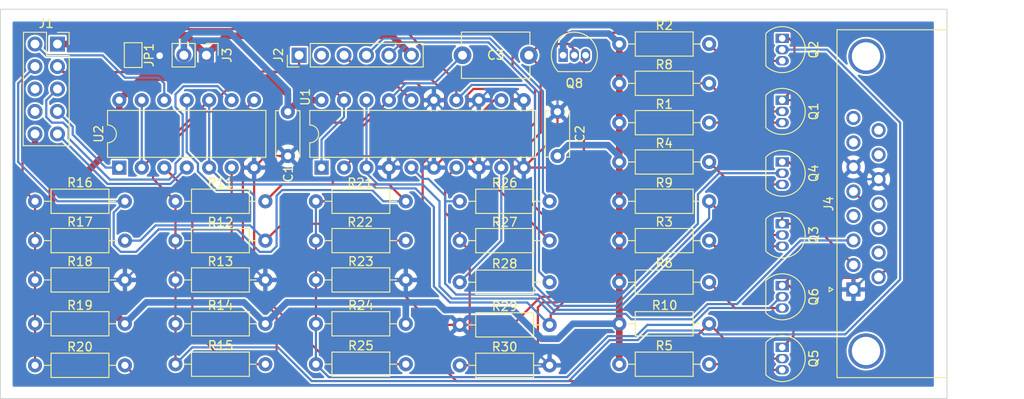
<source format=kicad_pcb>
(kicad_pcb (version 20221018) (generator pcbnew)
  (layers (0 "F.Cu" signal) (31 "B.Cu" signal) (34 "B.Paste" user) (35 "F.Paste" user) (36 "B.SilkS" user "B.Silkscreen") (37 "F.SilkS" user "F.Silkscreen") (38 "B.Mask" user) (39 "F.Mask" user) (44 "Edge.Cuts" user))
  (net 0 "")
  (net 1 "VCC")
  (net 2 "GND1")
  (net 3 "CS")
  (net 4 "Net-(Q8-B)")
  (net 5 "BLUE")
  (net 6 "Net-(Q1-B)")
  (net 7 "Net-(Q1-C)")
  (net 8 "CB")
  (net 9 "Net-(Q2-C)")
  (net 10 "RED")
  (net 11 "Net-(Q3-B)")
  (net 12 "Net-(Q3-C)")
  (net 13 "CR")
  (net 14 "Net-(Q4-C)")
  (net 15 "GREEN")
  (net 16 "Net-(Q5-B)")
  (net 17 "Net-(Q5-C)")
  (net 18 "CG")
  (net 19 "Net-(Q6-C)")
  (net 20 "Net-(Q8-C)")
  (net 21 "X2")
  (net 22 "X3")
  (net 23 "X5")
  (net 24 "X6")
  (net 25 "Net-(J2-Pin_4)")
  (net 26 "Net-(J2-Pin_3)")
  (net 27 "Net-(J2-Pin_5)")
  (net 28 "ENABLE")
  (net 29 "Net-(J2-Pin_1)")
  (net 30 "CSYNC")
  (net 31 "G")
  (net 32 "B")
  (net 33 "R")
  (net 34 "INT")
  (net 35 "GND")
  (net 39 "unconnected-(J4-Pad4)")
  (net 40 "unconnected-(J4-Pad7)")
  (footprint "Resistor_THT:R_Axial_DIN0207_L6.3mm_D2.5mm_P10.16mm_Horizontal" (layer "F.Cu") (at -37.084 -15.748)
    (fp_text reference "R30")
    (fp_text value "11K")
  )
  (footprint "Resistor_THT:R_Axial_DIN0207_L6.3mm_D2.5mm_P10.16mm_Horizontal" (layer "F.Cu") (at -53.34 -25.4)
    (fp_text reference "R23")
    (fp_text value "1.5K")
  )
  (footprint "Connector_PinHeader_2.54mm:PinHeader_1x06_P2.54mm_Vertical" (layer "F.Cu") (at -55.245 -50.8 90)
    (fp_text reference "J2")
    (fp_text value "Conn_01x06")
  )
  (footprint "Connector_PinHeader_2.54mm:PinHeader_1x02_P2.54mm_Vertical" (layer "F.Cu") (at -65.725 -50.8 -90)
    (fp_text reference "J3")
    (fp_text value "Conn_01x02_Pin")
  )
  (footprint "Resistor_THT:R_Axial_DIN0207_L6.3mm_D2.5mm_P10.16mm_Horizontal" (layer "F.Cu") (at -19.05 -15.875)
    (fp_text reference "R5")
    (fp_text value "56")
  )
  (footprint "Resistor_THT:R_Axial_DIN0207_L6.3mm_D2.5mm_P10.16mm_Horizontal" (layer "F.Cu") (at -69.215 -25.4)
    (fp_text reference "R13")
    (fp_text value "1.5K")
  )
  (footprint "Connector_Dsub:DSUB-15_Male_Horizontal_P2.77x2.84mm_EdgePinOffset7.70mm_Housed_MountingHolesOffset9.12mm" (layer "F.Cu") (at 7.419669 -24.325 90)
    (fp_text reference "J4")
    (fp_text value "DA15_Plug")
  )
  (footprint "Resistor_THT:R_Axial_DIN0207_L6.3mm_D2.5mm_P10.16mm_Horizontal" (layer "F.Cu") (at -69.215 -15.875)
    (fp_text reference "R15")
    (fp_text value "3.3K")
  )
  (footprint "Connector_PinHeader_2.54mm:PinHeader_2x05_P2.54mm_Vertical" (layer "F.Cu") (at -85.095 -52.065)
    (fp_text reference "J1")
    (fp_text value "Conn_02x05_Odd_Even")
  )
  (footprint "Package_DIP:DIP-14_W7.62mm" (layer "F.Cu") (at -75.565 -38.1 90)
    (fp_text reference "U2")
    (fp_text value "74LS08")
  )
  (footprint "Capacitor_THT:C_Disc_D7.5mm_W5.0mm_P7.50mm" (layer "F.Cu") (at -36.77 -50.8)
    (fp_text reference "C3")
    (fp_text value "102K 1KV")
  )
  (footprint "Resistor_THT:R_Axial_DIN0207_L6.3mm_D2.5mm_P10.16mm_Horizontal" (layer "F.Cu") (at -69.215 -34.29)
    (fp_text reference "R11")
    (fp_text value "4.7K")
  )
  (footprint "Resistor_THT:R_Axial_DIN0207_L6.3mm_D2.5mm_P10.16mm_Horizontal" (layer "F.Cu") (at -85.09 -29.845)
    (fp_text reference "R17")
    (fp_text value "4.7K")
  )
  (footprint "Package_TO_SOT_THT:TO-92_Inline" (layer "F.Cu") (at -25.4 -50.8)
    (fp_text reference "Q8")
    (fp_text value "2N3906")
  )
  (footprint "Resistor_THT:R_Axial_DIN0207_L6.3mm_D2.5mm_P10.16mm_Horizontal" (layer "F.Cu") (at -37.084 -34.29)
    (fp_text reference "R26")
    (fp_text value "470")
  )
  (footprint "Resistor_THT:R_Axial_DIN0207_L6.3mm_D2.5mm_P10.16mm_Horizontal" (layer "F.Cu") (at -37.084 -29.845)
    (fp_text reference "R27")
    (fp_text value "470")
  )
  (footprint "Package_TO_SOT_THT:TO-92_Inline" (layer "F.Cu") (at -0.635 -31.75 -90)
    (fp_text reference "Q3")
    (fp_text value "2N3904")
  )
  (footprint "Resistor_THT:R_Axial_DIN0207_L6.3mm_D2.5mm_P10.16mm_Horizontal" (layer "F.Cu") (at -85.09 -20.447)
    (fp_text reference "R19")
    (fp_text value "3.3K")
  )
  (footprint "Package_TO_SOT_THT:TO-92_Inline" (layer "F.Cu") (at -0.635 -52.705 -90)
    (fp_text reference "Q2")
    (fp_text value "2N3904")
  )
  (footprint "Resistor_THT:R_Axial_DIN0207_L6.3mm_D2.5mm_P10.16mm_Horizontal" (layer "F.Cu") (at -37.084 -20.32)
    (fp_text reference "R29")
    (fp_text value "470")
  )
  (footprint "Resistor_THT:R_Axial_DIN0207_L6.3mm_D2.5mm_P10.16mm_Horizontal" (layer "F.Cu") (at -19.05 -38.735)
    (fp_text reference "R4")
    (fp_text value "56")
  )
  (footprint "Resistor_THT:R_Axial_DIN0207_L6.3mm_D2.5mm_P10.16mm_Horizontal" (layer "F.Cu") (at -69.215 -20.447)
    (fp_text reference "R14")
    (fp_text value "3.3K")
  )
  (footprint "Resistor_THT:R_Axial_DIN0207_L6.3mm_D2.5mm_P10.16mm_Horizontal" (layer "F.Cu") (at -85.09 -25.4)
    (fp_text reference "R18")
    (fp_text value "1.5K")
  )
  (footprint "Jumper:SolderJumper-2_P1.3mm_Open_Pad1.0x1.5mm" (layer "F.Cu") (at -74 -50.815 -90)
    (fp_text reference "JP1")
    (fp_text value "Jumper_2_Open")
  )
  (footprint "Package_TO_SOT_THT:TO-92_Inline" (layer "F.Cu") (at -0.635 -24.765 -90)
    (fp_text reference "Q6")
    (fp_text value "2N3904")
  )
  (footprint "Resistor_THT:R_Axial_DIN0207_L6.3mm_D2.5mm_P10.16mm_Horizontal" (layer "F.Cu") (at -85.09 -34.29)
    (fp_text reference "R16")
    (fp_text value "4.7K")
  )
  (footprint "Resistor_THT:R_Axial_DIN0207_L6.3mm_D2.5mm_P10.16mm_Horizontal" (layer "F.Cu") (at -8.89 -47.625 180)
    (fp_text reference "R8")
    (fp_text value "3.3K")
  )
  (footprint "Resistor_THT:R_Axial_DIN0207_L6.3mm_D2.5mm_P10.16mm_Horizontal" (layer "F.Cu") (at -8.89 -20.447 180)
    (fp_text reference "R10")
    (fp_text value "3.3K")
  )
  (footprint "Resistor_THT:R_Axial_DIN0207_L6.3mm_D2.5mm_P10.16mm_Horizontal" (layer "F.Cu") (at -19.05 -29.845)
    (fp_text reference "R3")
    (fp_text value "56")
  )
  (footprint "Resistor_THT:R_Axial_DIN0207_L6.3mm_D2.5mm_P10.16mm_Horizontal" (layer "F.Cu") (at -53.34 -15.875)
    (fp_text reference "R25")
    (fp_text value "3.3K")
  )
  (footprint "Resistor_THT:R_Axial_DIN0207_L6.3mm_D2.5mm_P10.16mm_Horizontal" (layer "F.Cu") (at -19.05 -25.146)
    (fp_text reference "R6")
    (fp_text value "56")
  )
  (footprint "Capacitor_THT:C_Disc_D5.0mm_W2.5mm_P5.00mm" (layer "F.Cu") (at -56.515 -44.41 -90)
    (fp_text reference "C1")
    (fp_text value "10nF")
  )
  (footprint "Package_TO_SOT_THT:TO-92_Inline" (layer "F.Cu") (at -0.635 -17.78 -90)
    (fp_text reference "Q5")
    (fp_text value "2N3904")
  )
  (footprint "Package_TO_SOT_THT:TO-92_Inline" (layer "F.Cu") (at -0.635 -45.72 -90)
    (fp_text reference "Q1")
    (fp_text value "2N3904")
  )
  (footprint "Resistor_THT:R_Axial_DIN0207_L6.3mm_D2.5mm_P10.16mm_Horizontal" (layer "F.Cu") (at -19.05 -52.07)
    (fp_text reference "R2")
    (fp_text value "56")
  )
  (footprint "Resistor_THT:R_Axial_DIN0207_L6.3mm_D2.5mm_P10.16mm_Horizontal" (layer "F.Cu") (at -8.89 -34.29 180)
    (fp_text reference "R9")
    (fp_text value "3.3K")
  )
  (footprint "Package_TO_SOT_THT:TO-92_Inline" (layer "F.Cu") (at -0.635 -38.735 -90)
    (fp_text reference "Q4")
    (fp_text value "2N3904")
  )
  (footprint "Resistor_THT:R_Axial_DIN0207_L6.3mm_D2.5mm_P10.16mm_Horizontal" (layer "F.Cu") (at -53.34 -29.845)
    (fp_text reference "R22")
    (fp_text value "4.7K")
  )
  (footprint "Resistor_THT:R_Axial_DIN0207_L6.3mm_D2.5mm_P10.16mm_Horizontal" (layer "F.Cu") (at -37.084 -25.146)
    (fp_text reference "R28")
    (fp_text value "470")
  )
  (footprint "Resistor_THT:R_Axial_DIN0207_L6.3mm_D2.5mm_P10.16mm_Horizontal" (layer "F.Cu") (at -85.09 -15.748)
    (fp_text reference "R20")
    (fp_text value "3.3K")
  )
  (footprint "Capacitor_THT:C_Disc_D5.0mm_W2.5mm_P5.00mm" (layer "F.Cu") (at -26.035 -39.41 90)
    (fp_text reference "C2")
    (fp_text value "10nF")
  )
  (footprint "Resistor_THT:R_Axial_DIN0207_L6.3mm_D2.5mm_P10.16mm_Horizontal" (layer "F.Cu") (at -53.34 -34.29)
    (fp_text reference "R21")
    (fp_text value "4.7K")
  )
  (footprint "Package_DIP:DIP-20_W7.62mm" (layer "F.Cu") (at -52.705 -38.1 90)
    (fp_text reference "U1")
    (fp_text value "74LS241_Split")
  )
  (footprint "Resistor_THT:R_Axial_DIN0207_L6.3mm_D2.5mm_P10.16mm_Horizontal" (layer "F.Cu") (at -19.05 -43.18)
    (fp_text reference "R1")
    (fp_text value "56")
  )
  (footprint "Resistor_THT:R_Axial_DIN0207_L6.3mm_D2.5mm_P10.16mm_Horizontal" (layer "F.Cu") (at -53.34 -20.447)
    (fp_text reference "R24")
    (fp_text value "3.3K")
  )
  (footprint "Resistor_THT:R_Axial_DIN0207_L6.3mm_D2.5mm_P10.16mm_Horizontal" (layer "F.Cu") (at -69.215 -29.845)
    (fp_text reference "R12")
    (fp_text value "4.7K")
  )
  (gr_rect (start -89 -56) (end 18 -12) (stroke (width 0.1)) (fill none) (layer "Edge.Cuts"))
  (segment (start -19.05 -43.18) (end -19.05 -38.735) (width 0.75) (layer "F.Cu") (net 1))
  (segment (start -56.515 -46.355) (end -58.42 -48.26) (width 0.75) (layer "F.Cu") (net 1))
  (segment (start -83.185 -36.685) (end -85.095 -38.595) (width 0.75) (layer "F.Cu") (net 1))
  (segment (start -83.185 -28.702) (end -83.185 -36.685) (width 0.75) (layer "F.Cu") (net 1))
  (segment (start -75.565 -41.275) (end -75.565 -45.72) (width 0.75) (layer "F.Cu") (net 1))
  (segment (start -73.025 -48.26) (end -75.565 -45.72) (width 0.75) (layer "F.Cu") (net 1))
  (segment (start -19.05 -34.29) (end -19.05 -29.845) (width 0.75) (layer "F.Cu") (net 1))
  (segment (start -74.93 -20.447) (end -83.185 -28.702) (width 0.75) (layer "F.Cu") (net 1))
  (segment (start -19.05 -47.625) (end -19.05 -43.18) (width 0.75) (layer "F.Cu") (net 1))
  (segment (start -58.42 -48.26) (end -73.025 -48.26) (width 0.75) (layer "F.Cu") (net 1))
  (segment (start -85.095 -38.595) (end -85.095 -41.905) (width 0.75) (layer "F.Cu") (net 1))
  (segment (start -19.05 -20.447) (end -19.05 -15.748) (width 0.75) (layer "F.Cu") (net 1))
  (segment (start -58.928 -20.32) (end -59.055 -20.447) (width 0.25) (layer "F.Cu") (net 1))
  (segment (start -56.515 -44.41) (end -56.515 -46.355) (width 0.75) (layer "F.Cu") (net 1))
  (segment (start -19.05 -52.07) (end -19.05 -47.625) (width 0.75) (layer "F.Cu") (net 1))
  (segment (start -52.705 -45.72) (end -55.205 -45.72) (width 0.75) (layer "F.Cu") (net 1))
  (segment (start -55.205 -45.72) (end -56.515 -44.41) (width 0.75) (layer "F.Cu") (net 1))
  (segment (start -19.05 -25.146) (end -19.05 -29.845) (width 0.75) (layer "F.Cu") (net 1))
  (segment (start -19.05 -20.447) (end -19.05 -25.146) (width 0.75) (layer "F.Cu") (net 1))
  (segment (start -83.25 -36.83) (end -80.01 -36.83) (width 0.75) (layer "F.Cu") (net 1))
  (segment (start -80.01 -36.83) (end -75.565 -41.275) (width 0.75) (layer "F.Cu") (net 1))
  (segment (start -19.05 -38.735) (end -19.05 -34.29) (width 0.75) (layer "F.Cu") (net 1))
  (segment (start -83.29 -36.79) (end -83.25 -36.83) (width 0.25) (layer "F.Cu") (net 1))
  (segment (start -19.05 -38.735) (end -19.05 -39.37) (width 0.25) (layer "B.Cu") (net 1))
  (segment (start -24.25 -53.25) (end -20.23 -53.25) (width 0.75) (layer "B.Cu") (net 1))
  (segment (start -24.4 -53.25) (end -24.25 -53.25) (width 0.25) (layer "B.Cu") (net 1))
  (segment (start -59.055 -20.447) (end -56.642 -22.86) (width 0.75) (layer "B.Cu") (net 1))
  (segment (start -43.18 -22.86) (end -39.61 -22.86) (width 0.75) (layer "B.Cu") (net 1))
  (segment (start -43.18 -20.447) (end -43.18 -22.86) (width 0.75) (layer "B.Cu") (net 1))
  (segment (start -31.07 -22) (end -27.82 -18.75) (width 0.75) (layer "B.Cu") (net 1))
  (segment (start -68.265 -52.535) (end -67.4 -53.4) (width 0.75) (layer "B.Cu") (net 1))
  (segment (start -63.1 -53.4) (end -56.515 -46.815) (width 0.75) (layer "B.Cu") (net 1))
  (segment (start -27.82 -18.75) (end -26 -18.75) (width 0.75) (layer "B.Cu") (net 1))
  (segment (start -20.32 -40.64) (end -24.805 -40.64) (width 0.75) (layer "B.Cu") (net 1))
  (segment (start -25.4 -52.25) (end -24.4 -53.25) (width 0.75) (layer "B.Cu") (net 1))
  (segment (start -56.515 -46.815) (end -56.515 -44.41) (width 0.75) (layer "B.Cu") (net 1))
  (segment (start -24.805 -40.64) (end -26.035 -39.41) (width 0.75) (layer "B.Cu") (net 1))
  (segment (start -68.265 -50.8) (end -68.265 -52.535) (width 0.75) (layer "B.Cu") (net 1))
  (segment (start -39.61 -22.86) (end -38.75 -22) (width 0.75) (layer "B.Cu") (net 1))
  (segment (start -61.468 -22.86) (end -59.055 -20.447) (width 0.75) (layer "B.Cu") (net 1))
  (segment (start -72.517 -22.86) (end -61.468 -22.86) (width 0.75) (layer "B.Cu") (net 1))
  (segment (start -20.23 -53.25) (end -19.05 -52.07) (width 0.75) (layer "B.Cu") (net 1))
  (segment (start -38.75 -22) (end -31.07 -22) (width 0.75) (layer "B.Cu") (net 1))
  (segment (start -25.4 -52.25) (end -25.4 -50.8) (width 0.75) (layer "B.Cu") (net 1))
  (segment (start -19.05 -39.37) (end -20.32 -40.64) (width 0.75) (layer "B.Cu") (net 1))
  (segment (start -26 -18.75) (end -24.303 -20.447) (width 0.75) (layer "B.Cu") (net 1))
  (segment (start -56.642 -22.86) (end -43.18 -22.86) (width 0.75) (layer "B.Cu") (net 1))
  (segment (start -67.4 -53.4) (end -63.1 -53.4) (width 0.75) (layer "B.Cu") (net 1))
  (segment (start -24.303 -20.447) (end -19.05 -20.447) (width 0.75) (layer "B.Cu") (net 1))
  (segment (start -74.93 -20.447) (end -72.517 -22.86) (width 0.75) (layer "B.Cu") (net 1))
  (segment (start -59.055 -25.4) (end -60.325 -26.67) (width 0.25) (layer "F.Cu") (net 2))
  (segment (start -26.035 -44.41) (end -26.035 -41.91) (width 0.25) (layer "F.Cu") (net 2))
  (segment (start -26.67 -38.1) (end -23.495 -34.925) (width 0.25) (layer "F.Cu") (net 2))
  (segment (start -71 -50.75) (end -71.585 -50.165) (width 0.75) (layer "F.Cu") (net 2))
  (segment (start -71.585 -50.165) (end -74 -50.165) (width 0.75) (layer "F.Cu") (net 2))
  (segment (start -26.033604 -22.86) (end -27.69 -22.86) (width 0.25) (layer "F.Cu") (net 2))
  (segment (start -27.69 -22.86) (end -28.25 -22.3) (width 0.25) (layer "F.Cu") (net 2))
  (segment (start -71 -50.75) (end -71.1 -50.85) (width 0.25) (layer "F.Cu") (net 2))
  (segment (start -43.18 -23.495) (end -40.005 -20.32) (width 0.25) (layer "F.Cu") (net 2))
  (segment (start -40.005 -38.1) (end -38.88 -39.225) (width 0.25) (layer "F.Cu") (net 2))
  (segment (start -40.005 -20.32) (end -37.084 -20.32) (width 0.25) (layer "F.Cu") (net 2))
  (segment (start -60.325 -26.67) (end -60.325 -38.1) (width 0.25) (layer "F.Cu") (net 2))
  (segment (start -36.05 -39.225) (end -34.925 -38.1) (width 0.25) (layer "F.Cu") (net 2))
  (segment (start -38.88 -39.225) (end -36.05 -39.225) (width 0.25) (layer "F.Cu") (net 2))
  (segment (start -43.18 -25.4) (end -43.18 -23.495) (width 0.25) (layer "F.Cu") (net 2))
  (segment (start -26.035 -41.91) (end -29.845 -38.1) (width 0.25) (layer "F.Cu") (net 2))
  (segment (start -59.015 -39.41) (end -60.325 -38.1) (width 0.25) (layer "F.Cu") (net 2))
  (segment (start -28.25 -22.3) (end -28.25 -17.074) (width 0.25) (layer "F.Cu") (net 2))
  (segment (start -28.25 -17.074) (end -26.924 -15.748) (width 0.25) (layer "F.Cu") (net 2))
  (segment (start -23.495 -34.925) (end -23.495 -25.398604) (width 0.25) (layer "F.Cu") (net 2))
  (segment (start -56.515 -39.41) (end -59.015 -39.41) (width 0.25) (layer "F.Cu") (net 2))
  (segment (start -23.495 -25.398604) (end -26.033604 -22.86) (width 0.25) (layer "F.Cu") (net 2))
  (segment (start -29.845 -38.1) (end -26.67 -38.1) (width 0.25) (layer "F.Cu") (net 2))
  (via (at -71 -50.75) (size 1) (drill 0.75) (layers "F.Cu" "B.Cu") (net 2))
  (segment (start -37.084 -20.32) (end -31.496 -20.32) (width 0.25) (layer "B.Cu") (net 2))
  (segment (start -53.975 -43) (end -53.975 -46.25) (width 0.25) (layer "B.Cu") (net 2))
  (segment (start -33.655 -46.99) (end -31.115 -46.99) (width 0.25) (layer "B.Cu") (net 2))
  (segment (start -31.115 -46.99) (end -29.845 -45.72) (width 0.25) (layer "B.Cu") (net 2))
  (segment (start -53.975 -46.25) (end -53.975 -46.511939) (width 0.25) (layer "B.Cu") (net 2))
  (segment (start -46.355 -46.323878) (end -46.355 -44.928061) (width 0.25) (layer "B.Cu") (net 2))
  (segment (start -24.765 -48.895) (end -26.035 -47.625) (width 0.25) (layer "B.Cu") (net 2))
  (segment (start -38.735 -44.45) (end -40.005 -45.72) (width 0.25) (layer "B.Cu") (net 2))
  (segment (start -71 -50.75) (end -68 -47.75) (width 0.25) (layer "B.Cu") (net 2))
  (segment (start -74.93 -25.4) (end -73.66 -26.67) (width 0.25) (layer "B.Cu") (net 2))
  (segment (start -56.515 -39.41) (end -53.975 -41.95) (width 0.25) (layer "B.Cu") (net 2))
  (segment (start -53.975 -46.511939) (end -53.496939 -46.99) (width 0.25) (layer "B.Cu") (net 2))
  (segment (start -63.15 -47.75) (end -61.6 -46.2) (width 0.25) (layer "B.Cu") (net 2))
  (segment (start -61.6 -46.2) (end -61.6 -45.091396) (width 0.25) (layer "B.Cu") (net 2))
  (segment (start -53.975 -41.95) (end -53.975 -46.25) (width 0.25) (layer "B.Cu") (net 2))
  (segment (start -61.6 -45.091396) (end -59.508604 -43) (width 0.25) (layer "B.Cu") (net 2))
  (segment (start -26.035 -47.625) (end -26.035 -44.41) (width 0.25) (layer "B.Cu") (net 2))
  (segment (start -41.275 -39.37) (end -43.815 -39.37) (width 0.25) (layer "B.Cu") (net 2))
  (segment (start 3.81 -46.355) (end 1.27 -48.895) (width 0.25) (layer "B.Cu") (net 2))
  (segment (start 8.75 -25.655331) (end 7.419669 -24.325) (width 0.25) (layer "B.Cu") (net 2))
  (segment (start -34.925 -45.72) (end -34.925 -38.1) (width 0.25) (layer "B.Cu") (net 2))
  (segment (start 7.419669 -38.175) (end 3.81 -41.784669) (width 0.25) (layer "B.Cu") (net 2))
  (segment (start -60.325 -26.67) (end -59.055 -25.4) (width 0.25) (layer "B.Cu") (net 2))
  (segment (start -46.355 -44.928061) (end -45.876939 -44.45) (width 0.25) (layer "B.Cu") (net 2))
  (segment (start -34.925 -38.1) (end -33.655 -39.37) (width 0.25) (layer "B.Cu") (net 2))
  (segment (start -34.925 -45.72) (end -36.195 -44.45) (width 0.25) (layer "B.Cu") (net 2))
  (segment (start 3.81 -41.784669) (end 3.81 -46.355) (width 0.25) (layer "B.Cu") (net 2))
  (segment (start -41.275 -44.45) (end -40.005 -45.72) (width 0.25) (layer "B.Cu") (net 2))
  (segment (start -47.021122 -46.99) (end -46.355 -46.323878) (width 0.25) (layer "B.Cu") (net 2))
  (segment (start -68 -47.75) (end -63.15 -47.75) (width 0.25) (layer "B.Cu") (net 2))
  (segment (start -73.66 -26.67) (end -60.325 -26.67) (width 0.25) (layer "B.Cu") (net 2))
  (segment (start -34.925 -45.72) (end -33.655 -46.99) (width 0.25) (layer "B.Cu") (net 2))
  (segment (start 10.259669 -36.79) (end 8.75 -35.280331) (width 0.25) (layer "B.Cu") (net 2))
  (segment (start 8.75 -35.280331) (end 8.75 -25.655331) (width 0.25) (layer "B.Cu") (net 2))
  (segment (start 1.27 -48.895) (end -24.765 -48.895) (width 0.25) (layer "B.Cu") (net 2))
  (segment (start -45.876939 -44.45) (end -41.275 -44.45) (width 0.25) (layer "B.Cu") (net 2))
  (segment (start -59.508604 -43) (end -53.975 -43) (width 0.25) (layer "B.Cu") (net 2))
  (segment (start -36.195 -44.45) (end -38.735 -44.45) (width 0.25) (layer "B.Cu") (net 2))
  (segment (start -53.496939 -46.99) (end -47.021122 -46.99) (width 0.25) (layer "B.Cu") (net 2))
  (segment (start -33.655 -39.37) (end -31.115 -39.37) (width 0.25) (layer "B.Cu") (net 2))
  (segment (start 7.32 -38.136) (end 7.32 -38.5) (width 0.25) (layer "B.Cu") (net 2))
  (segment (start -40.005 -38.1) (end -41.275 -39.37) (width 0.25) (layer "B.Cu") (net 2))
  (segment (start -31.496 -20.32) (end -26.924 -15.748) (width 0.25) (layer "B.Cu") (net 2))
  (segment (start 10.259669 -36.79) (end 8.804669 -36.79) (width 0.25) (layer "B.Cu") (net 2))
  (segment (start -31.115 -39.37) (end -29.845 -38.1) (width 0.25) (layer "B.Cu") (net 2))
  (segment (start -43.815 -39.37) (end -45.085 -38.1) (width 0.25) (layer "B.Cu") (net 2))
  (segment (start 8.804669 -36.79) (end 7.419669 -38.175) (width 0.25) (layer "B.Cu") (net 2))
  (segment (start -45.085 -36.195) (end -51.435 -36.195) (width 0.25) (layer "F.Cu") (net 3))
  (segment (start -51.435 -36.195) (end -51.435 -39.37) (width 0.25) (layer "F.Cu") (net 3))
  (segment (start -43.18 -34.29) (end -45.085 -36.195) (width 0.25) (layer "F.Cu") (net 3))
  (segment (start -51.435 -39.37) (end -45.085 -45.72) (width 0.25) (layer "F.Cu") (net 3))
  (segment (start -57.15 -36.195) (end -51.435 -36.195) (width 0.25) (layer "F.Cu") (net 3))
  (segment (start -59.055 -34.29) (end -57.15 -36.195) (width 0.25) (layer "F.Cu") (net 3))
  (segment (start -74.93 -34.29) (end -76.2 -33.02) (width 0.25) (layer "B.Cu") (net 3))
  (segment (start -43.18 -47.625) (end -45.085 -45.72) (width 0.25) (layer "B.Cu") (net 3))
  (segment (start -57.15 -35.56) (end -46.992792 -35.56) (width 0.25) (layer "B.Cu") (net 3))
  (segment (start -75.404439 -28.575) (end -73.66 -28.575) (width 0.25) (layer "B.Cu") (net 3))
  (segment (start -59.69 -28.575) (end -58.42 -28.575) (width 0.25) (layer "B.Cu") (net 3))
  (segment (start -58.42 -28.575) (end -57.785 -29.21) (width 0.25) (layer "B.Cu") (net 3))
  (segment (start -76.2 -33.02) (end -76.2 -29.370561) (width 0.25) (layer "B.Cu") (net 3))
  (segment (start -85.095 -49.525) (end -86.995 -47.625) (width 0.25) (layer "B.Cu") (net 3))
  (segment (start -86.995 -38.735) (end -82.55 -34.29) (width 0.25) (layer "B.Cu") (net 3))
  (segment (start -36.77 -50.8) (end -39.945 -47.625) (width 0.25) (layer "B.Cu") (net 3))
  (segment (start -57.785 -29.21) (end -57.785 -34.925) (width 0.25) (layer "B.Cu") (net 3))
  (segment (start -73.66 -28.575) (end -71.12 -31.115) (width 0.25) (layer "B.Cu") (net 3))
  (segment (start -82.55 -34.29) (end -74.93 -34.29) (width 0.25) (layer "B.Cu") (net 3))
  (segment (start -86.995 -47.625) (end -86.995 -38.735) (width 0.25) (layer "B.Cu") (net 3))
  (segment (start -57.785 -34.925) (end -57.15 -35.56) (width 0.25) (layer "B.Cu") (net 3))
  (segment (start -76.2 -29.370561) (end -75.404439 -28.575) (width 0.25) (layer "B.Cu") (net 3))
  (segment (start -71.12 -31.115) (end -62.23 -31.115) (width 0.25) (layer "B.Cu") (net 3))
  (segment (start -62.23 -31.115) (end -59.69 -28.575) (width 0.25) (layer "B.Cu") (net 3))
  (segment (start -46.992792 -35.56) (end -45.722792 -34.29) (width 0.25) (layer "B.Cu") (net 3))
  (segment (start -39.945 -47.625) (end -43.18 -47.625) (width 0.25) (layer "B.Cu") (net 3))
  (segment (start -45.722792 -34.29) (end -43.18 -34.29) (width 0.25) (layer "B.Cu") (net 3))
  (segment (start -27.94 -49.47) (end -29.27 -50.8) (width 0.25) (layer "F.Cu") (net 4))
  (segment (start -29.27 -50.8) (end -28 -52.07) (width 0.25) (layer "F.Cu") (net 4))
  (segment (start -23.945 -29.025) (end -31.115 -36.195) (width 0.25) (layer "F.Cu") (net 4))
  (segment (start -23.945 -25.585) (end -23.945 -29.025) (width 0.25) (layer "F.Cu") (net 4))
  (segment (start -27.94 -42.066939) (end -27.94 -49.47) (width 0.25) (layer "F.Cu") (net 4))
  (segment (start -37.084 -15.748) (end -35.687 -15.748) (width 0.25) (layer "F.Cu") (net 4))
  (segment (start -24.13 -51.435) (end -24.13 -50.8) (width 0.25) (layer "F.Cu") (net 4))
  (segment (start -28 -52.07) (end -24.765 -52.07) (width 0.25) (layer "F.Cu") (net 4))
  (segment (start -31.115 -38.891939) (end -27.94 -42.066939) (width 0.25) (layer "F.Cu") (net 4))
  (segment (start -31.115 -36.195) (end -31.115 -38.891939) (width 0.25) (layer "F.Cu") (net 4))
  (segment (start -24.765 -52.07) (end -24.13 -51.435) (width 0.25) (layer "F.Cu") (net 4))
  (segment (start -35.687 -15.748) (end -27.94 -23.495) (width 0.25) (layer "F.Cu") (net 4))
  (segment (start -27.94 -23.495) (end -26.035 -23.495) (width 0.25) (layer "F.Cu") (net 4))
  (segment (start -26.035 -23.495) (end -23.945 -25.585) (width 0.25) (layer "F.Cu") (net 4))
  (segment (start -29.49538 -50.26) (end -29.305 -50.45038) (width 0.25) (layer "B.Cu") (net 4))
  (segment (start 11.75 -27.200331) (end 10.259669 -25.71) (width 0.25) (layer "F.Cu") (net 5))
  (segment (start 0.75 -47.105) (end 0.75 -52.07) (width 0.25) (layer "F.Cu") (net 5))
  (segment (start 11.75 -43.25) (end 11.75 -27.200331) (width 0.25) (layer "F.Cu") (net 5))
  (segment (start 9.28 -45.72) (end 11.75 -43.25) (width 0.25) (layer "F.Cu") (net 5))
  (segment (start -0.635 -45.72) (end 9.28 -45.72) (width 0.25) (layer "F.Cu") (net 5))
  (segment (start 0.115 -52.705) (end -0.635 -52.705) (width 0.25) (layer "F.Cu") (net 5))
  (segment (start 0.75 -52.07) (end 0.115 -52.705) (width 0.25) (layer "F.Cu") (net 5))
  (segment (start -0.635 -45.72) (end 0.75 -47.105) (width 0.25) (layer "F.Cu") (net 5))
  (segment (start -8.89 -47.625) (end -5.715 -44.45) (width 0.25) (layer "F.Cu") (net 6))
  (segment (start -28.575 -43.18) (end -28.575 -46.99) (width 0.25) (layer "F.Cu") (net 6))
  (segment (start -0.48181 -44.45) (end -0.635 -44.45) (width 0.25) (layer "F.Cu") (net 6))
  (segment (start -32.385 -39.37) (end -28.575 -43.18) (width 0.25) (layer "F.Cu") (net 6))
  (segment (start -31.115 -49.53) (end -31.115 -52.07) (width 0.25) (layer "F.Cu") (net 6))
  (segment (start -11.43 -47.625) (end -8.89 -47.625) (width 0.25) (layer "F.Cu") (net 6))
  (segment (start -17.145 -53.34) (end -11.43 -47.625) (width 0.25) (layer "F.Cu") (net 6))
  (segment (start -5.715 -44.45) (end -0.635 -44.45) (width 0.25) (layer "F.Cu") (net 6))
  (segment (start -28.575 -46.99) (end -31.115 -49.53) (width 0.25) (layer "F.Cu") (net 6))
  (segment (start -32.385 -38.1) (end -32.385 -39.37) (width 0.25) (layer "F.Cu") (net 6))
  (segment (start -29.845 -53.34) (end -17.145 -53.34) (width 0.25) (layer "F.Cu") (net 6))
  (segment (start -31.115 -52.07) (end -29.845 -53.34) (width 0.25) (layer "F.Cu") (net 6))
  (segment (start -32.385 -38.1) (end -32.385 -29.845) (width 0.25) (layer "B.Cu") (net 6))
  (segment (start -32.385 -29.845) (end -37.084 -25.146) (width 0.25) (layer "B.Cu") (net 6))
  (segment (start -8.89 -43.18) (end -0.635 -43.18) (width 0.25) (layer "F.Cu") (net 7))
  (segment (start -64.613061 -44.45) (end -64.135 -44.928061) (width 0.25) (layer "F.Cu") (net 8))
  (segment (start -48.261396 -43.18) (end -46.355 -45.086396) (width 0.25) (layer "F.Cu") (net 8))
  (segment (start -69.215 -34.29) (end -69.215 -29.845) (width 0.25) (layer "F.Cu") (net 8))
  (segment (start -71.755 -38.734302) (end -66.039302 -44.45) (width 0.25) (layer "F.Cu") (net 8))
  (segment (start -64.135 -46.194439) (end -63.339439 -46.99) (width 0.25) (layer "F.Cu") (net 8))
  (segment (start -59.055 -45.086396) (end -57.148604 -43.18) (width 0.25) (layer "F.Cu") (net 8))
  (segment (start -45.535 -47.175) (end -44 -47.175) (width 0.25) (layer "F.Cu") (net 8))
  (segment (start -46.355 -46.355) (end -45.535 -47.175) (width 0.25) (layer "F.Cu") (net 8))
  (segment (start -64.135 -44.928061) (end -64.135 -46.194439) (width 0.25) (layer "F.Cu") (net 8))
  (segment (start -71.755 -36.83) (end -71.755 -38.734302) (width 0.25) (layer "F.Cu") (net 8))
  (segment (start -44 -47.175) (end -42.545 -45.72) (width 0.25) (layer "F.Cu") (net 8))
  (segment (start -66.039302 -44.45) (end -64.613061 -44.45) (width 0.25) (layer "F.Cu") (net 8))
  (segment (start -69.215 -29.845) (end -69.215 -25.4) (width 0.25) (layer "F.Cu") (net 8))
  (segment (start -63.339439 -46.99) (end -59.731396 -46.99) (width 0.25) (layer "F.Cu") (net 8))
  (segment (start -69.215 -34.29) (end -71.755 -36.83) (width 0.25) (layer "F.Cu") (net 8))
  (segment (start -59.731396 -46.99) (end -59.055 -46.313604) (width 0.25) (layer "F.Cu") (net 8))
  (segment (start -69.215 -25.4) (end -69.215 -20.447) (width 0.25) (layer "F.Cu") (net 8))
  (segment (start -59.055 -46.313604) (end -59.055 -45.086396) (width 0.25) (layer "F.Cu") (net 8))
  (segment (start -46.355 -45.086396) (end -46.355 -46.355) (width 0.25) (layer "F.Cu") (net 8))
  (segment (start -57.148604 -43.18) (end -48.261396 -43.18) (width 0.25) (layer "F.Cu") (net 8))
  (segment (start -69.215 -15.875) (end -69.215 -20.447) (width 0.25) (layer "F.Cu") (net 8))
  (segment (start -9.513439 -19.25) (end 6.5 -19.25) (width 0.25) (layer "B.Cu") (net 8))
  (segment (start -69.215 -15.875) (end -67.31 -17.78) (width 0.25) (layer "B.Cu") (net 8))
  (segment (start -16.958604 -18.6) (end -15.873604 -19.685) (width 0.25) (layer "B.Cu") (net 8))
  (segment (start -53.814439 -13.97) (end -24.763604 -13.97) (width 0.25) (layer "B.Cu") (net 8))
  (segment (start 6.5 -19.25) (end 12.7 -25.45) (width 0.25) (layer "B.Cu") (net 8))
  (segment (start -15.873604 -19.685) (end -9.948439 -19.685) (width 0.25) (layer "B.Cu") (net 8))
  (segment (start 12.7 -43.18) (end 4.445 -51.435) (width 0.25) (layer "B.Cu") (net 8))
  (segment (start 12.7 -25.45) (end 12.7 -43.18) (width 0.25) (layer "B.Cu") (net 8))
  (segment (start -67.31 -17.78) (end -57.624439 -17.78) (width 0.25) (layer "B.Cu") (net 8))
  (segment (start -57.624439 -17.78) (end -53.814439 -13.97) (width 0.25) (layer "B.Cu") (net 8))
  (segment (start -9.948439 -19.685) (end -9.513439 -19.25) (width 0.25) (layer "B.Cu") (net 8))
  (segment (start -20.133604 -18.6) (end -16.958604 -18.6) (width 0.25) (layer "B.Cu") (net 8))
  (segment (start 4.445 -51.435) (end -0.635 -51.435) (width 0.25) (layer "B.Cu") (net 8))
  (segment (start -24.763604 -13.97) (end -20.133604 -18.6) (width 0.25) (layer "B.Cu") (net 8))
  (segment (start -6.985 -50.165) (end -0.635 -50.165) (width 0.25) (layer "F.Cu") (net 9))
  (segment (start -8.89 -52.07) (end -6.985 -50.165) (width 0.25) (layer "F.Cu") (net 9))
  (segment (start 0.635 -34.585) (end -0.635 -33.315) (width 0.25) (layer "F.Cu") (net 10))
  (segment (start 0.635 -38.215) (end 0.635 -34.585) (width 0.25) (layer "F.Cu") (net 10))
  (segment (start 7.419669 -27.095) (end 2.764669 -31.75) (width 0.25) (layer "F.Cu") (net 10))
  (segment (start -0.635 -31.75) (end -0.635 -33.315) (width 0.25) (layer "F.Cu") (net 10))
  (segment (start -0.635 -38.735) (end 0.115 -38.735) (width 0.25) (layer "F.Cu") (net 10))
  (segment (start 2.764669 -31.75) (end -0.635 -31.75) (width 0.25) (layer "F.Cu") (net 10))
  (segment (start 0.115 -38.735) (end 0.635 -38.215) (width 0.25) (layer "F.Cu") (net 10))
  (segment (start -8.89 -34.29) (end -5.08 -30.48) (width 0.25) (layer "F.Cu") (net 11))
  (segment (start -5.08 -30.48) (end -0.635 -30.48) (width 0.25) (layer "F.Cu") (net 11))
  (segment (start -38.735 -24.985) (end -37.5 -23.75) (width 0.25) (layer "B.Cu") (net 11))
  (segment (start -8.89 -32.383604) (end -8.89 -34.29) (width 0.25) (layer "B.Cu") (net 11))
  (segment (start -37.5 -23.75) (end -28.25 -23.75) (width 0.25) (layer "B.Cu") (net 11))
  (segment (start -40.64 -36.83) (end -38.735 -34.925) (width 0.25) (layer "B.Cu") (net 11))
  (segment (start -38.735 -34.925) (end -38.735 -34.29) (width 0.25) (layer "B.Cu") (net 11))
  (segment (start -38.735 -34.29) (end -37.084 -34.29) (width 0.25) (layer "B.Cu") (net 11))
  (segment (start -42.545 -38.1) (end -41.275 -36.83) (width 0.25) (layer "B.Cu") (net 11))
  (segment (start -38.735 -34.29) (end -38.735 -24.985) (width 0.25) (layer "B.Cu") (net 11))
  (segment (start -28.25 -23.75) (end -26.522 -22.022) (width 0.25) (layer "B.Cu") (net 11))
  (segment (start -19.251604 -22.022) (end -8.89 -32.383604) (width 0.25) (layer "B.Cu") (net 11))
  (segment (start -41.275 -36.83) (end -40.64 -36.83) (width 0.25) (layer "B.Cu") (net 11))
  (segment (start -26.522 -22.022) (end -19.251604 -22.022) (width 0.25) (layer "B.Cu") (net 11))
  (segment (start -8.89 -29.845) (end -8.255 -29.21) (width 0.25) (layer "F.Cu") (net 12))
  (segment (start -8.255 -29.21) (end -0.635 -29.21) (width 0.25) (layer "F.Cu") (net 12))
  (segment (start -85.09 -25.4) (end -85.09 -20.447) (width 0.25) (layer "F.Cu") (net 13))
  (segment (start -85.09 -29.845) (end -85.09 -25.4) (width 0.25) (layer "F.Cu") (net 13))
  (segment (start -85.09 -34.29) (end -85.09 -29.845) (width 0.25) (layer "F.Cu") (net 13))
  (segment (start -37.465 -47.820027) (end -37.465 -45.72) (width 0.25) (layer "F.Cu") (net 13))
  (segment (start -85.410027 -53.75) (end -43.394973 -53.75) (width 0.25) (layer "F.Cu") (net 13))
  (segment (start -85.09 -15.748) (end -85.09 -20.447) (width 0.25) (layer "F.Cu") (net 13))
  (segment (start -86.5 -35.7) (end -86.5 -52.660027) (width 0.25) (layer "F.Cu") (net 13))
  (segment (start -43.394973 -53.75) (end -37.465 -47.820027) (width 0.25) (layer "F.Cu") (net 13))
  (segment (start -85.09 -34.29) (end -86.5 -35.7) (width 0.25) (layer "F.Cu") (net 13))
  (segment (start -86.5 -52.660027) (end -85.410027 -53.75) (width 0.25) (layer "F.Cu") (net 13))
  (segment (start -10.16 -31.75) (end -10.16 -35.081939) (width 0.25) (layer "B.Cu") (net 13))
  (segment (start -10.16 -35.081939) (end -7.776939 -37.465) (width 0.25) (layer "B.Cu") (net 13))
  (segment (start -19.438 -22.472) (end -10.16 -31.75) (width 0.25) (layer "B.Cu") (net 13))
  (segment (start -26.282 -22.472) (end -19.438 -22.472) (width 0.25) (layer "B.Cu") (net 13))
  (segment (start -29.661396 -47.44) (end -28.575 -46.353604) (width 0.25) (layer "B.Cu") (net 13))
  (segment (start -28.575 -24.765) (end -26.282 -22.472) (width 0.25) (layer "B.Cu") (net 13))
  (segment (start -35.745 -47.44) (end -29.661396 -47.44) (width 0.25) (layer "B.Cu") (net 13))
  (segment (start -7.776939 -37.465) (end -0.635 -37.465) (width 0.25) (layer "B.Cu") (net 13))
  (segment (start -37.465 -45.72) (end -35.745 -47.44) (width 0.25) (layer "B.Cu") (net 13))
  (segment (start -28.575 -46.353604) (end -28.575 -24.765) (width 0.25) (layer "B.Cu") (net 13))
  (segment (start -6.35 -36.195) (end -0.635 -36.195) (width 0.25) (layer "F.Cu") (net 14))
  (segment (start -8.89 -38.735) (end -6.35 -36.195) (width 0.25) (layer "F.Cu") (net 14))
  (segment (start 0.115 -24.765) (end 0.635 -24.245) (width 0.25) (layer "F.Cu") (net 15))
  (segment (start 0.635 -19.05) (end -0.635 -17.78) (width 0.25) (layer "F.Cu") (net 15))
  (segment (start 7.419669 -35.405) (end 8.75 -34.074669) (width 0.25) (layer "F.Cu") (net 15))
  (segment (start 8.75 -26.5) (end 7.89038 -25.64038) (width 0.25) (layer "F.Cu") (net 15))
  (segment (start 0.635 -24.245) (end 0.635 -19.05) (width 0.25) (layer "F.Cu") (net 15))
  (segment (start -0.635 -24.765) (end 0.115 -24.765) (width 0.25) (layer "F.Cu") (net 15))
  (segment (start 0.24038 -25.64038) (end -0.635 -24.765) (width 0.25) (layer "F.Cu") (net 15))
  (segment (start 7.89038 -25.64038) (end 0.24038 -25.64038) (width 0.25) (layer "F.Cu") (net 15))
  (segment (start 8.75 -34.074669) (end 8.75 -26.5) (width 0.25) (layer "F.Cu") (net 15))
  (segment (start -37.084 -29.845) (end -35.959 -28.72) (width 0.25) (layer "F.Cu") (net 16))
  (segment (start -35.959 -28.72) (end -35.959 -19.287396) (width 0.25) (layer "F.Cu") (net 16))
  (segment (start -38.735 -33.02) (end -37.084 -31.369) (width 0.25) (layer "F.Cu") (net 16))
  (segment (start -4.953 -16.51) (end -0.635 -16.51) (width 0.25) (layer "F.Cu") (net 16))
  (segment (start -38.735 -36.83) (end -38.735 -33.02) (width 0.25) (layer "F.Cu") (net 16))
  (segment (start -15.367 -13.97) (end -8.89 -20.447) (width 0.25) (layer "F.Cu") (net 16))
  (segment (start -38.735 -15.24) (end -37.465 -13.97) (width 0.25) (layer "F.Cu") (net 16))
  (segment (start -37.465 -13.97) (end -15.367 -13.97) (width 0.25) (layer "F.Cu") (net 16))
  (segment (start -8.89 -20.447) (end -4.953 -16.51) (width 0.25) (layer "F.Cu") (net 16))
  (segment (start -35.959 -19.287396) (end -38.735 -16.511396) (width 0.25) (layer "F.Cu") (net 16))
  (segment (start -37.465 -38.1) (end -38.735 -36.83) (width 0.25) (layer "F.Cu") (net 16))
  (segment (start -38.735 -16.511396) (end -38.735 -15.24) (width 0.25) (layer "F.Cu") (net 16))
  (segment (start -37.084 -31.369) (end -37.084 -29.845) (width 0.25) (layer "F.Cu") (net 16))
  (segment (start -8.89 -15.875) (end -5.08 -15.875) (width 0.25) (layer "F.Cu") (net 17))
  (segment (start -8.89 -15.748) (end -8.89 -15.875) (width 0.25) (layer "F.Cu") (net 17))
  (segment (start -4.445 -15.24) (end -0.635 -15.24) (width 0.25) (layer "F.Cu") (net 17))
  (segment (start -5.08 -15.875) (end -4.445 -15.24) (width 0.25) (layer "F.Cu") (net 17))
  (segment (start -40.479439 -39.37) (end -41.275 -38.574439) (width 0.25) (layer "F.Cu") (net 18))
  (segment (start -39.535 -39.37) (end -40.479439 -39.37) (width 0.25) (layer "F.Cu") (net 18))
  (segment (start -33.185 -45.72) (end -39.535 -39.37) (width 0.25) (layer "F.Cu") (net 18))
  (segment (start -41.275 -38.574439) (end -41.275 -34.29) (width 0.25) (layer "F.Cu") (net 18))
  (segment (start -50.8 -34.29) (end -53.34 -34.29) (width 0.25) (layer "F.Cu") (net 18))
  (segment (start -32.385 -45.72) (end -33.185 -45.72) (width 0.25) (layer "F.Cu") (net 18))
  (segment (start -53.34 -29.845) (end -53.34 -25.4) (width 0.25) (layer "F.Cu") (net 18))
  (segment (start -42.545 -33.02) (end -49.53 -33.02) (width 0.25) (layer "F.Cu") (net 18))
  (segment (start -53.34 -25.4) (end -53.34 -20.447) (width 0.25) (layer "F.Cu") (net 18))
  (segment (start -49.53 -33.02) (end -50.8 -34.29) (width 0.25) (layer "F.Cu") (net 18))
  (segment (start -41.275 -34.29) (end -42.545 -33.02) (width 0.25) (layer "F.Cu") (net 18))
  (segment (start -10.795 -20.32) (end -8.89 -22.225) (width 0.25) (layer "B.Cu") (net 18))
  (segment (start -53.34 -15.875) (end -51.885 -14.42) (width 0.25) (layer "B.Cu") (net 18))
  (segment (start -53.34 -20.447) (end -53.34 -15.875) (width 0.25) (layer "B.Cu") (net 18))
  (segment (start -2.061648 -22.225) (end -1.211648 -23.075) (width 0.25) (layer "B.Cu") (net 18))
  (segment (start -51.885 -14.42) (end -24.95 -14.42) (width 0.25) (layer "B.Cu") (net 18))
  (segment (start -15.875 -20.32) (end -10.795 -20.32) (width 0.25) (layer "B.Cu") (net 18))
  (segment (start -1.211648 -23.075) (end -1.055 -23.075) (width 0.25) (layer "B.Cu") (net 18))
  (segment (start -17.145 -19.05) (end -15.875 -20.32) (width 0.25) (layer "B.Cu") (net 18))
  (segment (start -8.89 -22.225) (end -2.061648 -22.225) (width 0.25) (layer "B.Cu") (net 18))
  (segment (start -24.95 -14.42) (end -20.32 -19.05) (width 0.25) (layer "B.Cu") (net 18))
  (segment (start -20.32 -19.05) (end -17.145 -19.05) (width 0.25) (layer "B.Cu") (net 18))
  (segment (start -53.34 -34.29) (end -53.34 -29.845) (width 0.25) (layer "B.Cu") (net 18))
  (segment (start -1.055 -23.075) (end -0.635 -23.495) (width 0.25) (layer "B.Cu") (net 18))
  (segment (start -8.89 -25.146) (end -5.969 -22.225) (width 0.25) (layer "F.Cu") (net 19))
  (segment (start -5.969 -22.225) (end -0.635 -22.225) (width 0.25) (layer "F.Cu") (net 19))
  (segment (start -65.405 -45.72) (end -73.025 -38.1) (width 0.25) (layer "F.Cu") (net 20))
  (segment (start -23.045 -50.145) (end -23.28 -50.38) (width 0.25) (layer "F.Cu") (net 20))
  (segment (start -26.67 -20.447) (end -26.797 -20.447) (width 0.25) (layer "F.Cu") (net 20))
  (segment (start -26.797 -21.460208) (end -23.045 -25.212208) (width 0.25) (layer "F.Cu") (net 20))
  (segment (start -23.28 -50.38) (end -22.86 -50.8) (width 0.25) (layer "F.Cu") (net 20))
  (segment (start -26.797 -20.447) (end -26.797 -21.460208) (width 0.25) (layer "F.Cu") (net 20))
  (segment (start -23.045 -25.212208) (end -23.045 -50.145) (width 0.25) (layer "F.Cu") (net 20))
  (segment (start -65.405 -45.72) (end -65.405 -38.1) (width 0.25) (layer "B.Cu") (net 20))
  (segment (start -38.186231 -22.85) (end -40.005 -24.668769) (width 0.25) (layer "B.Cu") (net 20))
  (segment (start -42.095698 -35.745) (end -46.541396 -35.745) (width 0.25) (layer "B.Cu") (net 20))
  (segment (start -40.005 -33.654302) (end -42.095698 -35.745) (width 0.25) (layer "B.Cu") (net 20))
  (segment (start -29.454 -22.85) (end -38.186231 -22.85) (width 0.25) (layer "B.Cu") (net 20))
  (segment (start -63.5 -36.195) (end -65.405 -38.1) (width 0.25) (layer "B.Cu") (net 20))
  (segment (start -73.025 -45.72) (end -73.025 -38.1) (width 0.25) (layer "B.Cu") (net 20))
  (segment (start -26.924 -20.32) (end -29.454 -22.85) (width 0.25) (layer "B.Cu") (net 20))
  (segment (start -46.991396 -36.195) (end -63.5 -36.195) (width 0.25) (layer "B.Cu") (net 20))
  (segment (start -46.541396 -35.745) (end -46.991396 -36.195) (width 0.25) (layer "B.Cu") (net 20))
  (segment (start -40.005 -24.668769) (end -40.005 -33.654302) (width 0.25) (layer "B.Cu") (net 20))
  (segment (start -46.355 -29.845) (end -43.18 -29.845) (width 0.25) (layer "F.Cu") (net 21))
  (segment (start -48.26 -31.75) (end -46.355 -29.845) (width 0.25) (layer "F.Cu") (net 21))
  (segment (start -59.055 -29.845) (end -57.15 -31.75) (width 0.25) (layer "F.Cu") (net 21))
  (segment (start -57.15 -31.75) (end -48.26 -31.75) (width 0.25) (layer "F.Cu") (net 21))
  (segment (start -66.675 -38.574439) (end -66.675 -37.675) (width 0.25) (layer "B.Cu") (net 21))
  (segment (start -67.945 -39.844439) (end -66.675 -38.574439) (width 0.25) (layer "B.Cu") (net 21))
  (segment (start -60.325 -34.925) (end -60.325 -31.115) (width 0.25) (layer "B.Cu") (net 21))
  (segment (start -67.945 -45.72) (end -67.945 -39.844439) (width 0.25) (layer "B.Cu") (net 21))
  (segment (start -60.775 -31.565) (end -59.055 -29.845) (width 0.25) (layer "B.Cu") (net 21))
  (segment (start -74.93 -29.845) (end -73.186259 -29.845) (width 0.25) (layer "B.Cu") (net 21))
  (segment (start -64.56 -35.56) (end -60.96 -35.56) (width 0.25) (layer "B.Cu") (net 21))
  (segment (start -66.675 -37.675) (end -64.56 -35.56) (width 0.25) (layer "B.Cu") (net 21))
  (segment (start -71.466259 -31.565) (end -60.775 -31.565) (width 0.25) (layer "B.Cu") (net 21))
  (segment (start -60.96 -35.56) (end -60.325 -34.925) (width 0.25) (layer "B.Cu") (net 21))
  (segment (start -73.186259 -29.845) (end -71.466259 -31.565) (width 0.25) (layer "B.Cu") (net 21))
  (segment (start -59.055 -15.875) (end -63.275939 -15.875) (width 0.25) (layer "F.Cu") (net 22))
  (segment (start -67.31 -34.925) (end -70.485 -38.1) (width 0.25) (layer "F.Cu") (net 22))
  (segment (start -63.275939 -15.875) (end -67.31 -19.909061) (width 0.25) (layer "F.Cu") (net 22))
  (segment (start -67.31 -19.909061) (end -67.31 -34.925) (width 0.25) (layer "F.Cu") (net 22))
  (segment (start -58.42 -14.605) (end -57.785 -15.24) (width 0.25) (layer "F.Cu") (net 23))
  (segment (start -73.787 -14.605) (end -58.42 -14.605) (width 0.25) (layer "F.Cu") (net 23))
  (segment (start -62.865 -26.511665) (end -62.865 -38.1) (width 0.25) (layer "F.Cu") (net 23))
  (segment (start -57.785 -15.24) (end -57.785 -21.431665) (width 0.25) (layer "F.Cu") (net 23))
  (segment (start -57.785 -21.431665) (end -62.865 -26.511665) (width 0.25) (layer "F.Cu") (net 23))
  (segment (start -74.93 -15.748) (end -73.787 -14.605) (width 0.25) (layer "F.Cu") (net 23))
  (segment (start -51.591939 -15.875) (end -43.18 -15.875) (width 0.25) (layer "F.Cu") (net 24))
  (segment (start -61.595 -44.45) (end -61.595 -25.878061) (width 0.25) (layer "F.Cu") (net 24))
  (segment (start -60.325 -45.72) (end -61.595 -44.45) (width 0.25) (layer "F.Cu") (net 24))
  (segment (start -61.595 -25.878061) (end -51.591939 -15.875) (width 0.25) (layer "F.Cu") (net 24))
  (segment (start -27.675 -46.726396) (end -27.675 -35.295) (width 0.25) (layer "B.Cu") (net 25))
  (segment (start -27.675 -35.295) (end -26.924 -34.544) (width 0.25) (layer "B.Cu") (net 25))
  (segment (start -26.924 -34.544) (end -26.924 -34.29) (width 0.25) (layer "B.Cu") (net 25))
  (segment (start -33.653604 -52.705) (end -27.675 -46.726396) (width 0.25) (layer "B.Cu") (net 25))
  (segment (start -45.72 -52.705) (end -33.653604 -52.705) (width 0.25) (layer "B.Cu") (net 25))
  (segment (start -47.625 -50.8) (end -45.72 -52.705) (width 0.25) (layer "B.Cu") (net 25))
  (segment (start -38.735 -46.511939) (end -38.735 -44.84778) (width 0.25) (layer "F.Cu") (net 26))
  (segment (start -35.528878 -46.99) (end -31.75 -46.99) (width 0.25) (layer "F.Cu") (net 26))
  (segment (start -33.51 -38.881396) (end -33.51 -36.431) (width 0.25) (layer "F.Cu") (net 26))
  (segment (start -31.115 -46.355) (end -31.115 -41.276396) (width 0.25) (layer "F.Cu") (net 26))
  (segment (start -38.735 -44.84778) (end -38.33722 -44.45) (width 0.25) (layer "F.Cu") (net 26))
  (segment (start -36.195 -46.323878) (end -35.528878 -46.99) (width 0.25) (layer "F.Cu") (net 26))
  (segment (start -47.44 -48.075) (end -40.298061 -48.075) (width 0.25) (layer "F.Cu") (net 26))
  (segment (start -36.673061 -44.45) (end -36.195 -44.928061) (width 0.25) (layer "F.Cu") (net 26))
  (segment (start -33.51 -36.431) (end -26.924 -29.845) (width 0.25) (layer "F.Cu") (net 26))
  (segment (start -38.33722 -44.45) (end -36.673061 -44.45) (width 0.25) (layer "F.Cu") (net 26))
  (segment (start -40.298061 -48.075) (end -38.735 -46.511939) (width 0.25) (layer "F.Cu") (net 26))
  (segment (start -36.195 -44.928061) (end -36.195 -46.323878) (width 0.25) (layer "F.Cu") (net 26))
  (segment (start -31.75 -46.99) (end -31.115 -46.355) (width 0.25) (layer "F.Cu") (net 26))
  (segment (start -31.115 -41.276396) (end -33.51 -38.881396) (width 0.25) (layer "F.Cu") (net 26))
  (segment (start -50.165 -50.8) (end -47.44 -48.075) (width 0.25) (layer "F.Cu") (net 26))
  (segment (start -28.125 -26.347) (end -26.924 -25.146) (width 0.25) (layer "B.Cu") (net 27))
  (segment (start -28.125 -46.54) (end -28.125 -26.347) (width 0.25) (layer "B.Cu") (net 27))
  (segment (start -43.63 -52.255) (end -33.84 -52.255) (width 0.25) (layer "B.Cu") (net 27))
  (segment (start -33.84 -52.255) (end -28.125 -46.54) (width 0.25) (layer "B.Cu") (net 27))
  (segment (start -45.085 -50.8) (end -43.63 -52.255) (width 0.25) (layer "B.Cu") (net 27))
  (segment (start -81.925 -48.895) (end -73.37995 -48.895) (width 0.25) (layer "F.Cu") (net 28))
  (segment (start -82.555 -49.525) (end -81.925 -48.895) (width 0.25) (layer "F.Cu") (net 28))
  (segment (start -58.065051 -48.895) (end -53.34 -48.895) (width 0.25) (layer "F.Cu") (net 28))
  (segment (start -73.37995 -48.895) (end -73.314949 -48.96) (width 0.25) (layer "F.Cu") (net 28))
  (segment (start -58.130051 -48.96) (end -58.065051 -48.895) (width 0.25) (layer "F.Cu") (net 28))
  (segment (start -53.34 -48.895) (end -50.165 -45.72) (width 0.25) (layer "F.Cu") (net 28))
  (segment (start -73.314949 -48.96) (end -58.130051 -48.96) (width 0.25) (layer "F.Cu") (net 28))
  (segment (start -50.165 -43.815) (end -52.705 -41.275) (width 0.25) (layer "B.Cu") (net 28))
  (segment (start -52.705 -41.275) (end -52.705 -38.1) (width 0.25) (layer "B.Cu") (net 28))
  (segment (start -50.165 -45.72) (end -50.165 -43.815) (width 0.25) (layer "B.Cu") (net 28))
  (segment (start -41.91 -47.625) (end -41.275 -46.99) (width 0.25) (layer "F.Cu") (net 29))
  (segment (start -55.245 -50.8) (end -55.245 -49.53) (width 0.25) (layer "F.Cu") (net 29))
  (segment (start -41.275 -46.99) (end -41.275 -44.92625) (width 0.25) (layer "F.Cu") (net 29))
  (segment (start -55.06 -49.345) (end -53.153604 -49.345) (width 0.25) (layer "F.Cu") (net 29))
  (segment (start -55.245 -49.53) (end -55.06 -49.345) (width 0.25) (layer "F.Cu") (net 29))
  (segment (start -51.433604 -47.625) (end -41.91 -47.625) (width 0.25) (layer "F.Cu") (net 29))
  (segment (start -48.895 -39.37) (end -50.165 -38.1) (width 0.25) (layer "F.Cu") (net 29))
  (segment (start -46.83125 -39.37) (end -48.895 -39.37) (width 0.25) (layer "F.Cu") (net 29))
  (segment (start -53.153604 -49.345) (end -51.433604 -47.625) (width 0.25) (layer "F.Cu") (net 29))
  (segment (start -41.275 -44.92625) (end -46.83125 -39.37) (width 0.25) (layer "F.Cu") (net 29))
  (segment (start -18.322 -21.572) (end -17.705 -20.955) (width 0.25) (layer "B.Cu") (net 30))
  (segment (start -39.37 -24.670165) (end -37.999835 -23.3) (width 0.25) (layer "B.Cu") (net 30))
  (segment (start -10.796396 -20.955) (end -9.076396 -22.675) (width 0.25) (layer "B.Cu") (net 30))
  (segment (start -46.355 -36.195) (end -41.275 -36.195) (width 0.25) (layer "B.Cu") (net 30))
  (segment (start -41.275 -36.195) (end -39.37 -34.29) (width 0.25) (layer "B.Cu") (net 30))
  (segment (start -9.076396 -22.675) (end -5.743352 -22.675) (width 0.25) (layer "B.Cu") (net 30))
  (segment (start -26.75 -21.613604) (end -26.75 -21.572) (width 0.25) (layer "B.Cu") (net 30))
  (segment (start -39.37 -34.29) (end -39.37 -24.670165) (width 0.25) (layer "B.Cu") (net 30))
  (segment (start -28.436396 -23.3) (end -26.75 -21.613604) (width 0.25) (layer "B.Cu") (net 30))
  (segment (start 1.446648 -29.865) (end 7.419669 -29.865) (width 0.25) (layer "B.Cu") (net 30))
  (segment (start -47.625 -38.1) (end -47.625 -45.72) (width 0.25) (layer "B.Cu") (net 30))
  (segment (start -17.705 -20.955) (end -10.796396 -20.955) (width 0.25) (layer "B.Cu") (net 30))
  (segment (start -26.75 -21.572) (end -18.322 -21.572) (width 0.25) (layer "B.Cu") (net 30))
  (segment (start -37.999835 -23.3) (end -28.436396 -23.3) (width 0.25) (layer "B.Cu") (net 30))
  (segment (start -47.625 -38.1) (end -47.625 -37.465) (width 0.25) (layer "B.Cu") (net 30))
  (segment (start -5.743352 -22.675) (end 1.446648 -29.865) (width 0.25) (layer "B.Cu") (net 30))
  (segment (start -47.625 -37.465) (end -46.355 -36.195) (width 0.25) (layer "B.Cu") (net 30))
  (segment (start -82.548604 -44.445) (end -82.555 -44.445) (width 0.25) (layer "B.Cu") (net 31))
  (segment (start -77.1 -38.1) (end -80.83 -41.83) (width 0.25) (layer "B.Cu") (net 31))
  (segment (start -80.83 -41.83) (end -80.83 -42.726396) (width 0.25) (layer "B.Cu") (net 31))
  (segment (start -75.565 -38.1) (end -77.1 -38.1) (width 0.25) (layer "B.Cu") (net 31))
  (segment (start -80.83 -42.726396) (end -82.548604 -44.445) (width 0.25) (layer "B.Cu") (net 31))
  (segment (start -67.945 -38.1) (end -69.795 -36.25) (width 0.25) (layer "B.Cu") (net 32))
  (segment (start -69.795 -36.25) (end -76.89 -36.25) (width 0.25) (layer "B.Cu") (net 32))
  (segment (start -76.89 -36.25) (end -82.545 -41.905) (width 0.25) (layer "B.Cu") (net 32))
  (segment (start -82.545 -41.905) (end -82.555 -41.905) (width 0.25) (layer "B.Cu") (net 32))
  (segment (start -64.445 -47.3) (end -62.865 -45.72) (width 0.25) (layer "B.Cu") (net 33))
  (segment (start -69.215 -37.466396) (end -69.215 -38.574439) (width 0.25) (layer "B.Cu") (net 33))
  (segment (start -82.555 -46.985) (end -83.82 -45.72) (width 0.25) (layer "B.Cu") (net 33))
  (segment (start -68.3 -47.3) (end -64.445 -47.3) (width 0.25) (layer "B.Cu") (net 33))
  (segment (start -81.92 -43.18) (end -81.28 -42.54) (width 0.25) (layer "B.Cu") (net 33))
  (segment (start -83.185 -43.18) (end -81.92 -43.18) (width 0.25) (layer "B.Cu") (net 33))
  (segment (start -76.6275 -36.75) (end -69.931396 -36.75) (width 0.25) (layer "B.Cu") (net 33))
  (segment (start -83.82 -43.815) (end -83.185 -43.18) (width 0.25) (layer "B.Cu") (net 33))
  (segment (start -69.215 -46.385) (end -68.3 -47.3) (width 0.25) (layer "B.Cu") (net 33))
  (segment (start -68.4 -39.389439) (end -68.4 -44.113061) (width 0.25) (layer "B.Cu") (net 33))
  (segment (start -81.28 -41.4025) (end -76.6275 -36.75) (width 0.25) (layer "B.Cu") (net 33))
  (segment (start -68.4 -44.113061) (end -69.215 -44.928061) (width 0.25) (layer "B.Cu") (net 33))
  (segment (start -69.931396 -36.75) (end -69.215 -37.466396) (width 0.25) (layer "B.Cu") (net 33))
  (segment (start -69.215 -38.574439) (end -68.4 -39.389439) (width 0.25) (layer "B.Cu") (net 33))
  (segment (start -83.82 -45.72) (end -83.82 -43.815) (width 0.25) (layer "B.Cu") (net 33))
  (segment (start -69.215 -44.928061) (end -69.215 -46.385) (width 0.25) (layer "B.Cu") (net 33))
  (segment (start -81.28 -42.54) (end -81.28 -41.4025) (width 0.25) (layer "B.Cu") (net 33))
  (segment (start -74.93 -48.26) (end -71.12 -48.26) (width 0.25) (layer "B.Cu") (net 34))
  (segment (start -83.82 -50.79) (end -77.46 -50.79) (width 0.25) (layer "B.Cu") (net 34))
  (segment (start -77.46 -50.79) (end -74.93 -48.26) (width 0.25) (layer "B.Cu") (net 34))
  (segment (start -71.12 -48.26) (end -70.485 -47.625) (width 0.25) (layer "B.Cu") (net 34))
  (segment (start -85.095 -52.065) (end -83.82 -50.79) (width 0.25) (layer "B.Cu") (net 34))
  (segment (start -70.485 -47.625) (end -70.485 -45.72) (width 0.25) (layer "B.Cu") (net 34))
  (segment (start -72.68 -53.05) (end -67.975 -53.05) (width 0.75) (layer "F.Cu") (net 35))
  (segment (start -44.745 -53) (end -42.545 -50.8) (width 0.75) (layer "F.Cu") (net 35))
  (segment (start -82.555 -52.065) (end -82.55 -52.07) (width 0.75) (layer "F.Cu") (net 35))
  (segment (start -67.975 -53.05) (end -65.725 -50.8) (width 0.75) (layer "F.Cu") (net 35))
  (segment (start -74 -51.465) (end -74 -51.73) (width 0.75) (layer "F.Cu") (net 35))
  (segment (start -65.725 -50.8) (end -63.525 -53) (width 0.75) (layer "F.Cu") (net 35))
  (segment (start -82.55 -52.07) (end -74.605 -52.07) (width 0.75) (layer "F.Cu") (net 35))
  (segment (start -63.525 -53) (end -44.745 -53) (width 0.75) (layer "F.Cu") (net 35))
  (segment (start -74.605 -52.07) (end -74 -51.465) (width 0.75) (layer "F.Cu") (net 35))
  (segment (start -74 -51.73) (end -72.68 -53.05) (width 0.75) (layer "F.Cu") (net 35))
  (segment (start 7.32 -32.72) (end 7.32 -32.96) (width 0.25) (layer "F.Cu") (net 39))
  (segment (start 6.956 -40.906) (end 7.32 -40.906) (width 0.25) (layer "F.Cu") (net 40))
  (zone (net 2) (net_name "GND1") (layer "B.Cu") (name "GND1") (connect_pads (clearance 0)) (min_thickness 0.25) (fill yes (thermal_gap 0.5) (thermal_bridge_width 0.5))
    (polygon (pts (xy -87.63 -54.61) (xy -87.63 -13.335) (xy 16.51 -13.335) (xy 16.51 -54.61)))
  )
)
</source>
